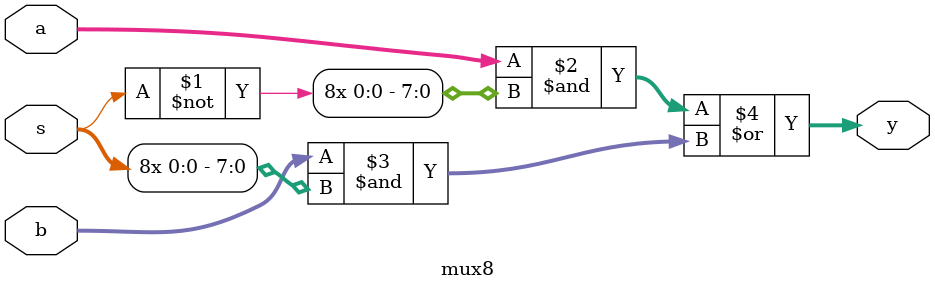
<source format=v>
`timescale 1ns/1ns

module mux8(a, b, s, y); /* define module */
	input  [7:0] a, b;   /* input signal (8bit) */
	input        s;      /* input signal (1bit) */
	output [7:0] y;      /* output signal (8bit) */
	
	/* assign wire */
	assign y = (a & { 8{~s} }) | (b & { 8{s} });
	
endmodule

</source>
